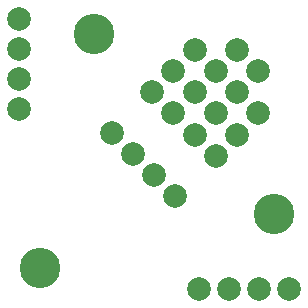
<source format=gts>
G75*
%MOIN*%
%OFA0B0*%
%FSLAX25Y25*%
%IPPOS*%
%LPD*%
%AMOC8*
5,1,8,0,0,1.08239X$1,22.5*
%
%ADD10C,0.07900*%
%ADD11C,0.13500*%
D10*
X0059287Y0066358D03*
X0066358Y0059287D03*
X0073429Y0052216D03*
X0086964Y0065751D03*
X0079893Y0072822D03*
X0072822Y0079893D03*
X0065751Y0086964D03*
X0072822Y0094036D03*
X0079893Y0101107D03*
X0086964Y0094036D03*
X0094036Y0101107D03*
X0101107Y0094036D03*
X0094036Y0086964D03*
X0101107Y0079893D03*
X0094036Y0072822D03*
X0086964Y0079893D03*
X0079893Y0086964D03*
X0052216Y0073429D03*
X0021400Y0081400D03*
X0021400Y0091400D03*
X0021400Y0101400D03*
X0021400Y0111400D03*
X0081400Y0021400D03*
X0091400Y0021400D03*
X0101400Y0021400D03*
X0111400Y0021400D03*
D11*
X0028500Y0028500D03*
X0046400Y0106400D03*
X0106400Y0046400D03*
M02*

</source>
